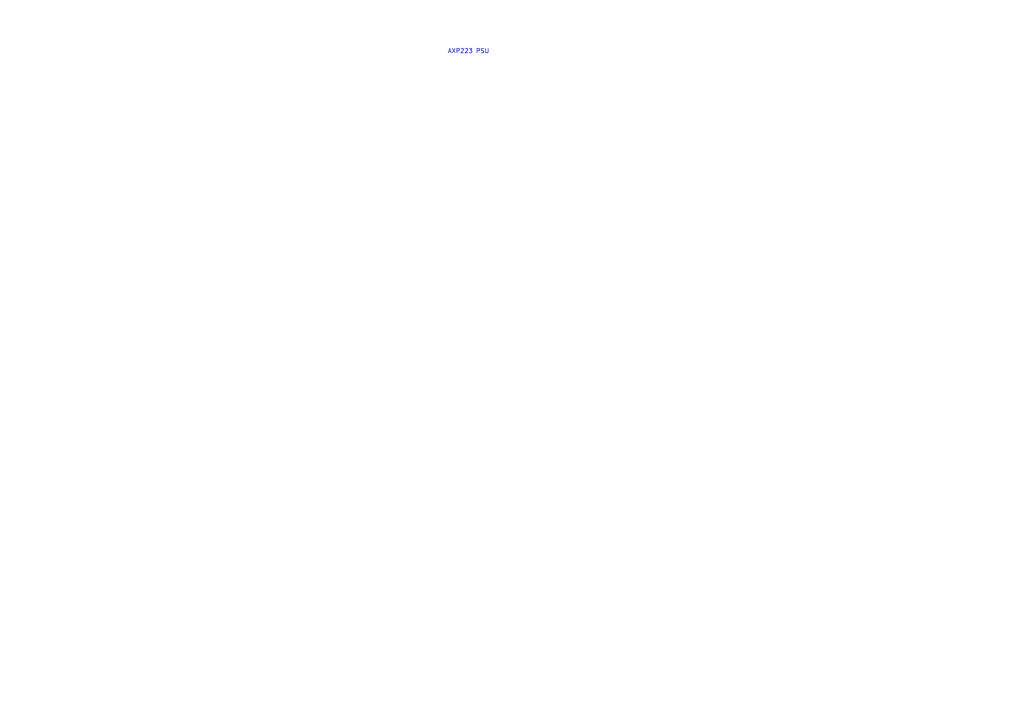
<source format=kicad_sch>
(kicad_sch
	(version 20250114)
	(generator "eeschema")
	(generator_version "9.0")
	(uuid "f51547bd-32e6-4ad1-a482-177a3bb0d4e9")
	(paper "A4")
	(title_block
		(title "Slate")
		(date "2025-06-07")
		(rev "v1.0")
		(company "Chengyin Yao (Cyao)")
		(comment 1 "https://github.com/cheyao/slate")
	)
	(lib_symbols)
	(text "AXP223 PSU"
		(exclude_from_sim no)
		(at 135.89 14.986 0)
		(effects
			(font
				(size 1.27 1.27)
			)
		)
		(uuid "09d51f65-45ef-4013-989e-5eaa12ac781c")
	)
)

</source>
